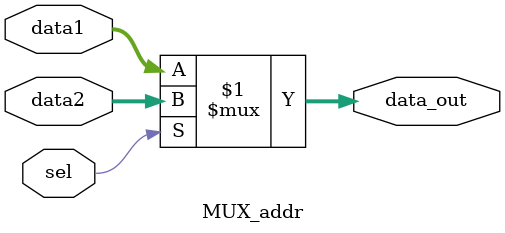
<source format=v>
module MUX_addr(data_out, data1, data2, sel);

    input [4 : 0] data1, data2;
    input sel;
    output [4 : 0] data_out;

    assign data_out = sel? data2 : data1;
endmodule
</source>
